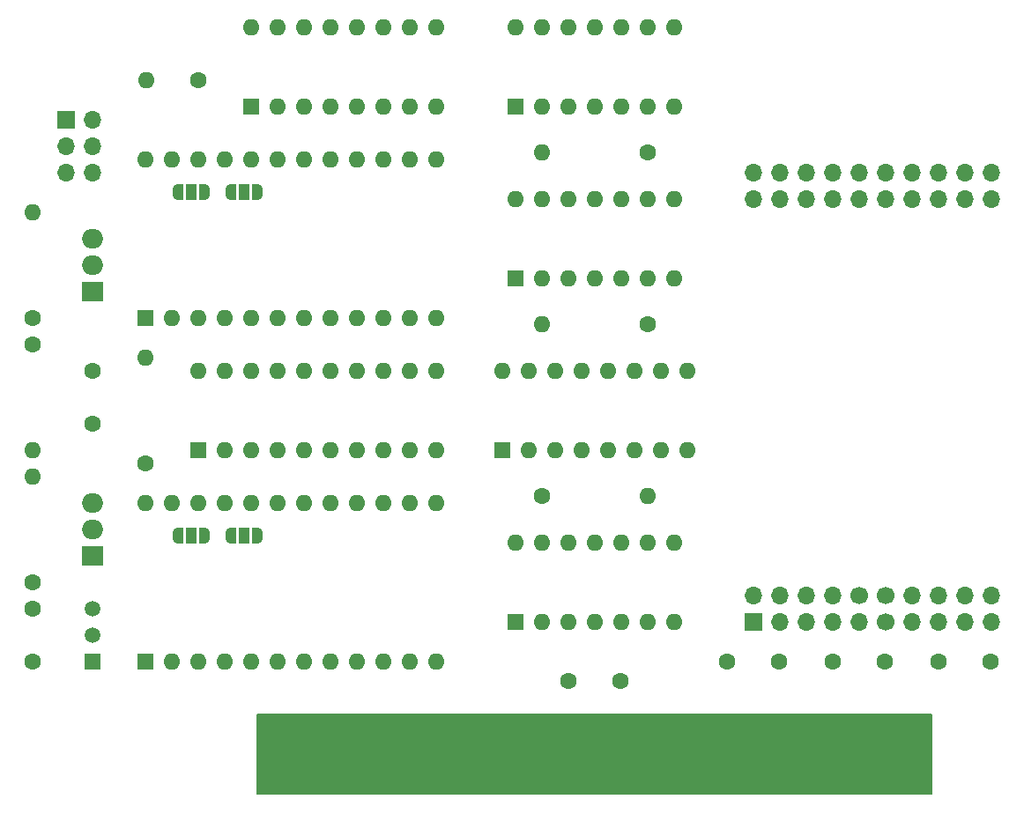
<source format=gbr>
%TF.GenerationSoftware,KiCad,Pcbnew,(6.0.8-1)-1*%
%TF.CreationDate,2022-11-07T14:14:20-08:00*%
%TF.ProjectId,DiskII,4469736b-4949-42e6-9b69-6361645f7063,1*%
%TF.SameCoordinates,Original*%
%TF.FileFunction,Soldermask,Top*%
%TF.FilePolarity,Negative*%
%FSLAX46Y46*%
G04 Gerber Fmt 4.6, Leading zero omitted, Abs format (unit mm)*
G04 Created by KiCad (PCBNEW (6.0.8-1)-1) date 2022-11-07 14:14:20*
%MOMM*%
%LPD*%
G01*
G04 APERTURE LIST*
G04 Aperture macros list*
%AMRoundRect*
0 Rectangle with rounded corners*
0 $1 Rounding radius*
0 $2 $3 $4 $5 $6 $7 $8 $9 X,Y pos of 4 corners*
0 Add a 4 corners polygon primitive as box body*
4,1,4,$2,$3,$4,$5,$6,$7,$8,$9,$2,$3,0*
0 Add four circle primitives for the rounded corners*
1,1,$1+$1,$2,$3*
1,1,$1+$1,$4,$5*
1,1,$1+$1,$6,$7*
1,1,$1+$1,$8,$9*
0 Add four rect primitives between the rounded corners*
20,1,$1+$1,$2,$3,$4,$5,0*
20,1,$1+$1,$4,$5,$6,$7,0*
20,1,$1+$1,$6,$7,$8,$9,0*
20,1,$1+$1,$8,$9,$2,$3,0*%
%AMHorizOval*
0 Thick line with rounded ends*
0 $1 width*
0 $2 $3 position (X,Y) of the first rounded end (center of the circle)*
0 $4 $5 position (X,Y) of the second rounded end (center of the circle)*
0 Add line between two ends*
20,1,$1,$2,$3,$4,$5,0*
0 Add two circle primitives to create the rounded ends*
1,1,$1,$2,$3*
1,1,$1,$4,$5*%
%AMFreePoly0*
4,1,22,0.550000,-0.750000,0.000000,-0.750000,0.000000,-0.745033,-0.079941,-0.743568,-0.215256,-0.701293,-0.333266,-0.622738,-0.424486,-0.514219,-0.481581,-0.384460,-0.499164,-0.250000,-0.500000,-0.250000,-0.500000,0.250000,-0.499164,0.250000,-0.499963,0.256109,-0.478152,0.396186,-0.417904,0.524511,-0.324060,0.630769,-0.204165,0.706417,-0.067858,0.745374,0.000000,0.744959,0.000000,0.750000,
0.550000,0.750000,0.550000,-0.750000,0.550000,-0.750000,$1*%
%AMFreePoly1*
4,1,20,0.000000,0.744959,0.073905,0.744508,0.209726,0.703889,0.328688,0.626782,0.421226,0.519385,0.479903,0.390333,0.500000,0.250000,0.500000,-0.250000,0.499851,-0.262216,0.476331,-0.402017,0.414519,-0.529596,0.319384,-0.634700,0.198574,-0.708877,0.061801,-0.746166,0.000000,-0.745033,0.000000,-0.750000,-0.550000,-0.750000,-0.550000,0.750000,0.000000,0.750000,0.000000,0.744959,
0.000000,0.744959,$1*%
G04 Aperture macros list end*
%ADD10C,0.150000*%
%ADD11C,1.600000*%
%ADD12O,1.600000X1.600000*%
%ADD13RoundRect,0.317500X-0.317500X-3.365500X0.317500X-3.365500X0.317500X3.365500X-0.317500X3.365500X0*%
%ADD14FreePoly0,180.000000*%
%ADD15R,1.000000X1.500000*%
%ADD16FreePoly1,180.000000*%
%ADD17R,1.600000X1.600000*%
%ADD18R,2.000000X1.905000*%
%ADD19O,2.000000X1.905000*%
%ADD20R,1.500000X1.500000*%
%ADD21C,1.500000*%
%ADD22FreePoly0,0.000000*%
%ADD23FreePoly1,0.000000*%
%ADD24O,1.700000X1.700000*%
%ADD25R,1.700000X1.700000*%
%ADD26C,1.700000*%
%ADD27HorizOval,1.700000X0.000000X0.000000X0.000000X0.000000X0*%
G04 APERTURE END LIST*
%TO.C,J1*%
G36*
X201295000Y-140980000D02*
G01*
X136525000Y-140980000D01*
X136525000Y-133360000D01*
X201295000Y-133360000D01*
X201295000Y-140980000D01*
G37*
D10*
X201295000Y-140980000D02*
X136525000Y-140980000D01*
X136525000Y-133360000D01*
X201295000Y-133360000D01*
X201295000Y-140980000D01*
%TD*%
D11*
%TO.C,R2*%
X114935000Y-97790000D03*
D12*
X114935000Y-107950000D03*
%TD*%
D11*
%TO.C,R3*%
X173990000Y-79375000D03*
D12*
X163830000Y-79375000D03*
%TD*%
D11*
%TO.C,C1*%
X166410000Y-130175000D03*
X171410000Y-130175000D03*
%TD*%
%TO.C,R4*%
X163830000Y-112395000D03*
D12*
X173990000Y-112395000D03*
%TD*%
D11*
%TO.C,R1*%
X114935000Y-120650000D03*
D12*
X114935000Y-110490000D03*
%TD*%
D13*
%TO.C,J1*%
X138430000Y-137043000D03*
X140970000Y-137043000D03*
X143510000Y-137043000D03*
X146050000Y-137043000D03*
X148590000Y-137043000D03*
X151130000Y-137043000D03*
X153670000Y-137043000D03*
X156210000Y-137043000D03*
X158750000Y-137043000D03*
X161290000Y-137043000D03*
X163830000Y-137043000D03*
X166370000Y-137043000D03*
X168910000Y-137043000D03*
X171450000Y-137043000D03*
X173990000Y-137043000D03*
X176530000Y-137043000D03*
X179070000Y-137043000D03*
X181610000Y-137043000D03*
X184150000Y-137043000D03*
X186690000Y-137043000D03*
X189230000Y-137043000D03*
X191770000Y-137043000D03*
X194310000Y-137043000D03*
X196850000Y-137043000D03*
X199390000Y-137043000D03*
%TD*%
D11*
%TO.C,C4*%
X114935000Y-128230000D03*
X114935000Y-123230000D03*
%TD*%
D14*
%TO.C,JP5A10*%
X136555000Y-116205000D03*
D15*
X135255000Y-116205000D03*
D16*
X133955000Y-116205000D03*
%TD*%
D17*
%TO.C,UC2*%
X160020000Y-107950000D03*
D12*
X162560000Y-107950000D03*
X165100000Y-107950000D03*
X167640000Y-107950000D03*
X170180000Y-107950000D03*
X172720000Y-107950000D03*
X175260000Y-107950000D03*
X177800000Y-107950000D03*
X177800000Y-100330000D03*
X175260000Y-100330000D03*
X172720000Y-100330000D03*
X170180000Y-100330000D03*
X167640000Y-100330000D03*
X165100000Y-100330000D03*
X162560000Y-100330000D03*
X160020000Y-100330000D03*
%TD*%
D17*
%TO.C,UD2*%
X161290000Y-124460000D03*
D12*
X163830000Y-124460000D03*
X166370000Y-124460000D03*
X168910000Y-124460000D03*
X171450000Y-124460000D03*
X173990000Y-124460000D03*
X176530000Y-124460000D03*
X176530000Y-116840000D03*
X173990000Y-116840000D03*
X171450000Y-116840000D03*
X168910000Y-116840000D03*
X166370000Y-116840000D03*
X163830000Y-116840000D03*
X161290000Y-116840000D03*
%TD*%
D17*
%TO.C,UD3*%
X125735000Y-128270000D03*
D12*
X128275000Y-128270000D03*
X130815000Y-128270000D03*
X133355000Y-128270000D03*
X135895000Y-128270000D03*
X138435000Y-128270000D03*
X140975000Y-128270000D03*
X143515000Y-128270000D03*
X146055000Y-128270000D03*
X148595000Y-128270000D03*
X151135000Y-128270000D03*
X153675000Y-128270000D03*
X153675000Y-113030000D03*
X151135000Y-113030000D03*
X148595000Y-113030000D03*
X146055000Y-113030000D03*
X143515000Y-113030000D03*
X140975000Y-113030000D03*
X138435000Y-113030000D03*
X135895000Y-113030000D03*
X133355000Y-113030000D03*
X130815000Y-113030000D03*
X128275000Y-113030000D03*
X125735000Y-113030000D03*
%TD*%
D11*
%TO.C,C6*%
X206970000Y-128270000D03*
X201970000Y-128270000D03*
%TD*%
D18*
%TO.C,Q2*%
X120650000Y-118110000D03*
D19*
X120650000Y-115570000D03*
X120650000Y-113030000D03*
%TD*%
D20*
%TO.C,Q1*%
X120650000Y-128270000D03*
D21*
X120650000Y-125730000D03*
X120650000Y-123190000D03*
%TD*%
D11*
%TO.C,C7*%
X181650000Y-128270000D03*
X186650000Y-128270000D03*
%TD*%
%TO.C,R5*%
X173990000Y-95885000D03*
D12*
X163830000Y-95885000D03*
%TD*%
D22*
%TO.C,JP6A9*%
X128875000Y-83185000D03*
D15*
X130175000Y-83185000D03*
D23*
X131475000Y-83185000D03*
%TD*%
D24*
%TO.C,J3*%
X184150000Y-83820000D03*
X184150000Y-81280000D03*
X186690000Y-83820000D03*
X186690000Y-81280000D03*
X189230000Y-83820000D03*
X189230000Y-81280000D03*
X191770000Y-83820000D03*
X191770000Y-81280000D03*
X194310000Y-83820000D03*
X194310000Y-81280000D03*
X196850000Y-83820000D03*
X196850000Y-81280000D03*
X199390000Y-83820000D03*
X199390000Y-81280000D03*
X201930000Y-83820000D03*
X201930000Y-81280000D03*
X204470000Y-83820000D03*
X204470000Y-81280000D03*
X207010000Y-83820000D03*
X207010000Y-81280000D03*
%TD*%
D25*
%TO.C,SWA8*%
X118110000Y-76200000D03*
D24*
X118110000Y-78740000D03*
X118110000Y-81280000D03*
X120650000Y-76200000D03*
X120650000Y-78740000D03*
X120650000Y-81280000D03*
%TD*%
D17*
%TO.C,UA2*%
X161290000Y-74930000D03*
D12*
X163830000Y-74930000D03*
X166370000Y-74930000D03*
X168910000Y-74930000D03*
X171450000Y-74930000D03*
X173990000Y-74930000D03*
X176530000Y-74930000D03*
X176530000Y-67310000D03*
X173990000Y-67310000D03*
X171450000Y-67310000D03*
X168910000Y-67310000D03*
X166370000Y-67310000D03*
X163830000Y-67310000D03*
X161290000Y-67310000D03*
%TD*%
D17*
%TO.C,UC3*%
X130815000Y-107950000D03*
D12*
X133355000Y-107950000D03*
X135895000Y-107950000D03*
X138435000Y-107950000D03*
X140975000Y-107950000D03*
X143515000Y-107950000D03*
X146055000Y-107950000D03*
X148595000Y-107950000D03*
X151135000Y-107950000D03*
X153675000Y-107950000D03*
X153675000Y-100330000D03*
X151135000Y-100330000D03*
X148595000Y-100330000D03*
X146055000Y-100330000D03*
X143515000Y-100330000D03*
X140975000Y-100330000D03*
X138435000Y-100330000D03*
X135895000Y-100330000D03*
X133355000Y-100330000D03*
X130815000Y-100330000D03*
%TD*%
D17*
%TO.C,UB3*%
X125730000Y-95250000D03*
D12*
X128270000Y-95250000D03*
X130810000Y-95250000D03*
X133350000Y-95250000D03*
X135890000Y-95250000D03*
X138430000Y-95250000D03*
X140970000Y-95250000D03*
X143510000Y-95250000D03*
X146050000Y-95250000D03*
X148590000Y-95250000D03*
X151130000Y-95250000D03*
X153670000Y-95250000D03*
X153670000Y-80010000D03*
X151130000Y-80010000D03*
X148590000Y-80010000D03*
X146050000Y-80010000D03*
X143510000Y-80010000D03*
X140970000Y-80010000D03*
X138430000Y-80010000D03*
X135890000Y-80010000D03*
X133350000Y-80010000D03*
X130810000Y-80010000D03*
X128270000Y-80010000D03*
X125730000Y-80010000D03*
%TD*%
D11*
%TO.C,C3*%
X196810000Y-128270000D03*
X191810000Y-128270000D03*
%TD*%
%TO.C,R6*%
X125730000Y-109220000D03*
D12*
X125730000Y-99060000D03*
%TD*%
D22*
%TO.C,JP5A9*%
X128875000Y-116205000D03*
D15*
X130175000Y-116205000D03*
D23*
X131475000Y-116205000D03*
%TD*%
D18*
%TO.C,Q3*%
X120650000Y-92710000D03*
D19*
X120650000Y-90170000D03*
X120650000Y-87630000D03*
%TD*%
D11*
%TO.C,C5*%
X120650000Y-100370000D03*
X120650000Y-105370000D03*
%TD*%
D17*
%TO.C,UA3*%
X135890000Y-74930000D03*
D12*
X138430000Y-74930000D03*
X140970000Y-74930000D03*
X143510000Y-74930000D03*
X146050000Y-74930000D03*
X148590000Y-74930000D03*
X151130000Y-74930000D03*
X153670000Y-74930000D03*
X153670000Y-67310000D03*
X151130000Y-67310000D03*
X148590000Y-67310000D03*
X146050000Y-67310000D03*
X143510000Y-67310000D03*
X140970000Y-67310000D03*
X138430000Y-67310000D03*
X135890000Y-67310000D03*
%TD*%
%TO.C,C2*%
X125867349Y-72390000D03*
D11*
X130867349Y-72390000D03*
%TD*%
D14*
%TO.C,JP6A10*%
X136555000Y-83185000D03*
D15*
X135255000Y-83185000D03*
D16*
X133955000Y-83185000D03*
%TD*%
D25*
%TO.C,J2*%
X184150000Y-124460000D03*
D24*
X184150000Y-121920000D03*
X186690000Y-124460000D03*
X186690000Y-121920000D03*
X189230000Y-124460000D03*
X189230000Y-121920000D03*
X191770000Y-124460000D03*
X191770000Y-121920000D03*
X194310000Y-124460000D03*
D26*
X194310000Y-121920000D03*
D27*
X196850000Y-124460000D03*
D26*
X196850000Y-121920000D03*
D24*
X199390000Y-124460000D03*
X199390000Y-121920000D03*
X201930000Y-124460000D03*
X201930000Y-121920000D03*
X204470000Y-124460000D03*
X204470000Y-121920000D03*
X207010000Y-124460000D03*
X207010000Y-121920000D03*
%TD*%
D17*
%TO.C,UB2*%
X161290000Y-91440000D03*
D12*
X163830000Y-91440000D03*
X166370000Y-91440000D03*
X168910000Y-91440000D03*
X171450000Y-91440000D03*
X173990000Y-91440000D03*
X176530000Y-91440000D03*
X176530000Y-83820000D03*
X173990000Y-83820000D03*
X171450000Y-83820000D03*
X168910000Y-83820000D03*
X166370000Y-83820000D03*
X163830000Y-83820000D03*
X161290000Y-83820000D03*
%TD*%
D11*
%TO.C,R7*%
X114935000Y-95250000D03*
D12*
X114935000Y-85090000D03*
%TD*%
M02*

</source>
